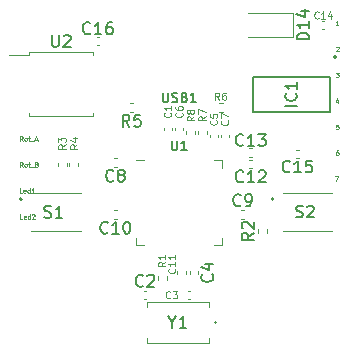
<source format=gbr>
%TF.GenerationSoftware,KiCad,Pcbnew,(6.0.4)*%
%TF.CreationDate,2022-07-20T20:12:39-04:00*%
%TF.ProjectId,Palette_Chip_KiCAD,50616c65-7474-4655-9f43-6869705f4b69,rev?*%
%TF.SameCoordinates,Original*%
%TF.FileFunction,Legend,Top*%
%TF.FilePolarity,Positive*%
%FSLAX46Y46*%
G04 Gerber Fmt 4.6, Leading zero omitted, Abs format (unit mm)*
G04 Created by KiCad (PCBNEW (6.0.4)) date 2022-07-20 20:12:39*
%MOMM*%
%LPD*%
G01*
G04 APERTURE LIST*
%ADD10C,0.150000*%
%ADD11C,0.100000*%
%ADD12C,0.110000*%
%ADD13C,0.120000*%
%ADD14C,0.200000*%
%ADD15C,0.203200*%
%ADD16C,0.127000*%
G04 APERTURE END LIST*
D10*
%TO.C,D14*%
X154387380Y-80664285D02*
X153387380Y-80664285D01*
X153387380Y-80426190D01*
X153435000Y-80283333D01*
X153530238Y-80188095D01*
X153625476Y-80140476D01*
X153815952Y-80092857D01*
X153958809Y-80092857D01*
X154149285Y-80140476D01*
X154244523Y-80188095D01*
X154339761Y-80283333D01*
X154387380Y-80426190D01*
X154387380Y-80664285D01*
X154387380Y-79140476D02*
X154387380Y-79711904D01*
X154387380Y-79426190D02*
X153387380Y-79426190D01*
X153530238Y-79521428D01*
X153625476Y-79616666D01*
X153673095Y-79711904D01*
X153720714Y-78283333D02*
X154387380Y-78283333D01*
X153339761Y-78521428D02*
X154054047Y-78759523D01*
X154054047Y-78140476D01*
%TO.C,C15*%
X152782142Y-91837142D02*
X152734523Y-91884761D01*
X152591666Y-91932380D01*
X152496428Y-91932380D01*
X152353571Y-91884761D01*
X152258333Y-91789523D01*
X152210714Y-91694285D01*
X152163095Y-91503809D01*
X152163095Y-91360952D01*
X152210714Y-91170476D01*
X152258333Y-91075238D01*
X152353571Y-90980000D01*
X152496428Y-90932380D01*
X152591666Y-90932380D01*
X152734523Y-90980000D01*
X152782142Y-91027619D01*
X153734523Y-91932380D02*
X153163095Y-91932380D01*
X153448809Y-91932380D02*
X153448809Y-90932380D01*
X153353571Y-91075238D01*
X153258333Y-91170476D01*
X153163095Y-91218095D01*
X154639285Y-90932380D02*
X154163095Y-90932380D01*
X154115476Y-91408571D01*
X154163095Y-91360952D01*
X154258333Y-91313333D01*
X154496428Y-91313333D01*
X154591666Y-91360952D01*
X154639285Y-91408571D01*
X154686904Y-91503809D01*
X154686904Y-91741904D01*
X154639285Y-91837142D01*
X154591666Y-91884761D01*
X154496428Y-91932380D01*
X154258333Y-91932380D01*
X154163095Y-91884761D01*
X154115476Y-91837142D01*
D11*
%TO.C,2*%
X156680714Y-81319047D02*
X156699761Y-81300000D01*
X156737857Y-81280952D01*
X156833095Y-81280952D01*
X156871190Y-81300000D01*
X156890238Y-81319047D01*
X156909285Y-81357142D01*
X156909285Y-81395238D01*
X156890238Y-81452380D01*
X156661666Y-81680952D01*
X156909285Y-81680952D01*
%TO.C,R3*%
X133791428Y-89570000D02*
X133505714Y-89770000D01*
X133791428Y-89912857D02*
X133191428Y-89912857D01*
X133191428Y-89684285D01*
X133220000Y-89627142D01*
X133248571Y-89598571D01*
X133305714Y-89570000D01*
X133391428Y-89570000D01*
X133448571Y-89598571D01*
X133477142Y-89627142D01*
X133505714Y-89684285D01*
X133505714Y-89912857D01*
X133191428Y-89370000D02*
X133191428Y-88998571D01*
X133420000Y-89198571D01*
X133420000Y-89112857D01*
X133448571Y-89055714D01*
X133477142Y-89027142D01*
X133534285Y-88998571D01*
X133677142Y-88998571D01*
X133734285Y-89027142D01*
X133762857Y-89055714D01*
X133791428Y-89112857D01*
X133791428Y-89284285D01*
X133762857Y-89341428D01*
X133734285Y-89370000D01*
D10*
%TO.C,Y1*%
X142828809Y-104621290D02*
X142828809Y-105097480D01*
X142495476Y-104097480D02*
X142828809Y-104621290D01*
X143162142Y-104097480D01*
X144019285Y-105097480D02*
X143447857Y-105097480D01*
X143733571Y-105097480D02*
X143733571Y-104097480D01*
X143638333Y-104240338D01*
X143543095Y-104335576D01*
X143447857Y-104383195D01*
%TO.C,USB1*%
X142014523Y-85179404D02*
X142014523Y-85827023D01*
X142052619Y-85903214D01*
X142090714Y-85941309D01*
X142166904Y-85979404D01*
X142319285Y-85979404D01*
X142395476Y-85941309D01*
X142433571Y-85903214D01*
X142471666Y-85827023D01*
X142471666Y-85179404D01*
X142814523Y-85941309D02*
X142928809Y-85979404D01*
X143119285Y-85979404D01*
X143195476Y-85941309D01*
X143233571Y-85903214D01*
X143271666Y-85827023D01*
X143271666Y-85750833D01*
X143233571Y-85674642D01*
X143195476Y-85636547D01*
X143119285Y-85598452D01*
X142966904Y-85560357D01*
X142890714Y-85522261D01*
X142852619Y-85484166D01*
X142814523Y-85407976D01*
X142814523Y-85331785D01*
X142852619Y-85255595D01*
X142890714Y-85217500D01*
X142966904Y-85179404D01*
X143157380Y-85179404D01*
X143271666Y-85217500D01*
X143881190Y-85560357D02*
X143995476Y-85598452D01*
X144033571Y-85636547D01*
X144071666Y-85712738D01*
X144071666Y-85827023D01*
X144033571Y-85903214D01*
X143995476Y-85941309D01*
X143919285Y-85979404D01*
X143614523Y-85979404D01*
X143614523Y-85179404D01*
X143881190Y-85179404D01*
X143957380Y-85217500D01*
X143995476Y-85255595D01*
X144033571Y-85331785D01*
X144033571Y-85407976D01*
X143995476Y-85484166D01*
X143957380Y-85522261D01*
X143881190Y-85560357D01*
X143614523Y-85560357D01*
X144833571Y-85979404D02*
X144376428Y-85979404D01*
X144605000Y-85979404D02*
X144605000Y-85179404D01*
X144528809Y-85293690D01*
X144452619Y-85369880D01*
X144376428Y-85407976D01*
%TO.C,C12*%
X148832142Y-92677142D02*
X148784523Y-92724761D01*
X148641666Y-92772380D01*
X148546428Y-92772380D01*
X148403571Y-92724761D01*
X148308333Y-92629523D01*
X148260714Y-92534285D01*
X148213095Y-92343809D01*
X148213095Y-92200952D01*
X148260714Y-92010476D01*
X148308333Y-91915238D01*
X148403571Y-91820000D01*
X148546428Y-91772380D01*
X148641666Y-91772380D01*
X148784523Y-91820000D01*
X148832142Y-91867619D01*
X149784523Y-92772380D02*
X149213095Y-92772380D01*
X149498809Y-92772380D02*
X149498809Y-91772380D01*
X149403571Y-91915238D01*
X149308333Y-92010476D01*
X149213095Y-92058095D01*
X150165476Y-91867619D02*
X150213095Y-91820000D01*
X150308333Y-91772380D01*
X150546428Y-91772380D01*
X150641666Y-91820000D01*
X150689285Y-91867619D01*
X150736904Y-91962857D01*
X150736904Y-92058095D01*
X150689285Y-92200952D01*
X150117857Y-92772380D01*
X150736904Y-92772380D01*
D11*
%TO.C,7*%
X156631666Y-92280952D02*
X156898333Y-92280952D01*
X156726904Y-92680952D01*
D10*
%TO.C,C16*%
X135882142Y-80137142D02*
X135834523Y-80184761D01*
X135691666Y-80232380D01*
X135596428Y-80232380D01*
X135453571Y-80184761D01*
X135358333Y-80089523D01*
X135310714Y-79994285D01*
X135263095Y-79803809D01*
X135263095Y-79660952D01*
X135310714Y-79470476D01*
X135358333Y-79375238D01*
X135453571Y-79280000D01*
X135596428Y-79232380D01*
X135691666Y-79232380D01*
X135834523Y-79280000D01*
X135882142Y-79327619D01*
X136834523Y-80232380D02*
X136263095Y-80232380D01*
X136548809Y-80232380D02*
X136548809Y-79232380D01*
X136453571Y-79375238D01*
X136358333Y-79470476D01*
X136263095Y-79518095D01*
X137691666Y-79232380D02*
X137501190Y-79232380D01*
X137405952Y-79280000D01*
X137358333Y-79327619D01*
X137263095Y-79470476D01*
X137215476Y-79660952D01*
X137215476Y-80041904D01*
X137263095Y-80137142D01*
X137310714Y-80184761D01*
X137405952Y-80232380D01*
X137596428Y-80232380D01*
X137691666Y-80184761D01*
X137739285Y-80137142D01*
X137786904Y-80041904D01*
X137786904Y-79803809D01*
X137739285Y-79708571D01*
X137691666Y-79660952D01*
X137596428Y-79613333D01*
X137405952Y-79613333D01*
X137310714Y-79660952D01*
X137263095Y-79708571D01*
X137215476Y-79803809D01*
%TO.C,C10*%
X137362142Y-97014642D02*
X137314523Y-97062261D01*
X137171666Y-97109880D01*
X137076428Y-97109880D01*
X136933571Y-97062261D01*
X136838333Y-96967023D01*
X136790714Y-96871785D01*
X136743095Y-96681309D01*
X136743095Y-96538452D01*
X136790714Y-96347976D01*
X136838333Y-96252738D01*
X136933571Y-96157500D01*
X137076428Y-96109880D01*
X137171666Y-96109880D01*
X137314523Y-96157500D01*
X137362142Y-96205119D01*
X138314523Y-97109880D02*
X137743095Y-97109880D01*
X138028809Y-97109880D02*
X138028809Y-96109880D01*
X137933571Y-96252738D01*
X137838333Y-96347976D01*
X137743095Y-96395595D01*
X138933571Y-96109880D02*
X139028809Y-96109880D01*
X139124047Y-96157500D01*
X139171666Y-96205119D01*
X139219285Y-96300357D01*
X139266904Y-96490833D01*
X139266904Y-96728928D01*
X139219285Y-96919404D01*
X139171666Y-97014642D01*
X139124047Y-97062261D01*
X139028809Y-97109880D01*
X138933571Y-97109880D01*
X138838333Y-97062261D01*
X138790714Y-97014642D01*
X138743095Y-96919404D01*
X138695476Y-96728928D01*
X138695476Y-96490833D01*
X138743095Y-96300357D01*
X138790714Y-96205119D01*
X138838333Y-96157500D01*
X138933571Y-96109880D01*
D11*
%TO.C,Led2*%
X130120952Y-95870952D02*
X129930476Y-95870952D01*
X129930476Y-95470952D01*
X130406666Y-95851904D02*
X130368571Y-95870952D01*
X130292380Y-95870952D01*
X130254285Y-95851904D01*
X130235238Y-95813809D01*
X130235238Y-95661428D01*
X130254285Y-95623333D01*
X130292380Y-95604285D01*
X130368571Y-95604285D01*
X130406666Y-95623333D01*
X130425714Y-95661428D01*
X130425714Y-95699523D01*
X130235238Y-95737619D01*
X130768571Y-95870952D02*
X130768571Y-95470952D01*
X130768571Y-95851904D02*
X130730476Y-95870952D01*
X130654285Y-95870952D01*
X130616190Y-95851904D01*
X130597142Y-95832857D01*
X130578095Y-95794761D01*
X130578095Y-95680476D01*
X130597142Y-95642380D01*
X130616190Y-95623333D01*
X130654285Y-95604285D01*
X130730476Y-95604285D01*
X130768571Y-95623333D01*
X130940000Y-95509047D02*
X130959047Y-95490000D01*
X130997142Y-95470952D01*
X131092380Y-95470952D01*
X131130476Y-95490000D01*
X131149523Y-95509047D01*
X131168571Y-95547142D01*
X131168571Y-95585238D01*
X131149523Y-95642380D01*
X130920952Y-95870952D01*
X131168571Y-95870952D01*
%TO.C,R1*%
X142236428Y-99510000D02*
X141950714Y-99710000D01*
X142236428Y-99852857D02*
X141636428Y-99852857D01*
X141636428Y-99624285D01*
X141665000Y-99567142D01*
X141693571Y-99538571D01*
X141750714Y-99510000D01*
X141836428Y-99510000D01*
X141893571Y-99538571D01*
X141922142Y-99567142D01*
X141950714Y-99624285D01*
X141950714Y-99852857D01*
X142236428Y-98938571D02*
X142236428Y-99281428D01*
X142236428Y-99110000D02*
X141636428Y-99110000D01*
X141722142Y-99167142D01*
X141779285Y-99224285D01*
X141807857Y-99281428D01*
%TO.C,5*%
X156890238Y-87880952D02*
X156699761Y-87880952D01*
X156680714Y-88071428D01*
X156699761Y-88052380D01*
X156737857Y-88033333D01*
X156833095Y-88033333D01*
X156871190Y-88052380D01*
X156890238Y-88071428D01*
X156909285Y-88109523D01*
X156909285Y-88204761D01*
X156890238Y-88242857D01*
X156871190Y-88261904D01*
X156833095Y-88280952D01*
X156737857Y-88280952D01*
X156699761Y-88261904D01*
X156680714Y-88242857D01*
D10*
%TO.C,C9*%
X148618333Y-94697142D02*
X148570714Y-94744761D01*
X148427857Y-94792380D01*
X148332619Y-94792380D01*
X148189761Y-94744761D01*
X148094523Y-94649523D01*
X148046904Y-94554285D01*
X147999285Y-94363809D01*
X147999285Y-94220952D01*
X148046904Y-94030476D01*
X148094523Y-93935238D01*
X148189761Y-93840000D01*
X148332619Y-93792380D01*
X148427857Y-93792380D01*
X148570714Y-93840000D01*
X148618333Y-93887619D01*
X149094523Y-94792380D02*
X149285000Y-94792380D01*
X149380238Y-94744761D01*
X149427857Y-94697142D01*
X149523095Y-94554285D01*
X149570714Y-94363809D01*
X149570714Y-93982857D01*
X149523095Y-93887619D01*
X149475476Y-93840000D01*
X149380238Y-93792380D01*
X149189761Y-93792380D01*
X149094523Y-93840000D01*
X149046904Y-93887619D01*
X148999285Y-93982857D01*
X148999285Y-94220952D01*
X149046904Y-94316190D01*
X149094523Y-94363809D01*
X149189761Y-94411428D01*
X149380238Y-94411428D01*
X149475476Y-94363809D01*
X149523095Y-94316190D01*
X149570714Y-94220952D01*
D11*
%TO.C,6*%
X156871190Y-90080952D02*
X156795000Y-90080952D01*
X156756904Y-90100000D01*
X156737857Y-90119047D01*
X156699761Y-90176190D01*
X156680714Y-90252380D01*
X156680714Y-90404761D01*
X156699761Y-90442857D01*
X156718809Y-90461904D01*
X156756904Y-90480952D01*
X156833095Y-90480952D01*
X156871190Y-90461904D01*
X156890238Y-90442857D01*
X156909285Y-90404761D01*
X156909285Y-90309523D01*
X156890238Y-90271428D01*
X156871190Y-90252380D01*
X156833095Y-90233333D01*
X156756904Y-90233333D01*
X156718809Y-90252380D01*
X156699761Y-90271428D01*
X156680714Y-90309523D01*
D10*
%TO.C,S2*%
X153308095Y-95704761D02*
X153450952Y-95752380D01*
X153689047Y-95752380D01*
X153784285Y-95704761D01*
X153831904Y-95657142D01*
X153879523Y-95561904D01*
X153879523Y-95466666D01*
X153831904Y-95371428D01*
X153784285Y-95323809D01*
X153689047Y-95276190D01*
X153498571Y-95228571D01*
X153403333Y-95180952D01*
X153355714Y-95133333D01*
X153308095Y-95038095D01*
X153308095Y-94942857D01*
X153355714Y-94847619D01*
X153403333Y-94800000D01*
X153498571Y-94752380D01*
X153736666Y-94752380D01*
X153879523Y-94800000D01*
X154260476Y-94847619D02*
X154308095Y-94800000D01*
X154403333Y-94752380D01*
X154641428Y-94752380D01*
X154736666Y-94800000D01*
X154784285Y-94847619D01*
X154831904Y-94942857D01*
X154831904Y-95038095D01*
X154784285Y-95180952D01*
X154212857Y-95752380D01*
X154831904Y-95752380D01*
D11*
%TO.C,4*%
X156841190Y-85814285D02*
X156841190Y-86080952D01*
X156745952Y-85661904D02*
X156650714Y-85947619D01*
X156898333Y-85947619D01*
%TO.C,1*%
X156899285Y-79480952D02*
X156670714Y-79480952D01*
X156785000Y-79480952D02*
X156785000Y-79080952D01*
X156746904Y-79138095D01*
X156708809Y-79176190D01*
X156670714Y-79195238D01*
%TO.C,R4*%
X134791428Y-89570000D02*
X134505714Y-89770000D01*
X134791428Y-89912857D02*
X134191428Y-89912857D01*
X134191428Y-89684285D01*
X134220000Y-89627142D01*
X134248571Y-89598571D01*
X134305714Y-89570000D01*
X134391428Y-89570000D01*
X134448571Y-89598571D01*
X134477142Y-89627142D01*
X134505714Y-89684285D01*
X134505714Y-89912857D01*
X134391428Y-89055714D02*
X134791428Y-89055714D01*
X134162857Y-89198571D02*
X134591428Y-89341428D01*
X134591428Y-88970000D01*
%TO.C,Rot_A*%
X130154761Y-89270952D02*
X130021428Y-89080476D01*
X129926190Y-89270952D02*
X129926190Y-88870952D01*
X130078571Y-88870952D01*
X130116666Y-88890000D01*
X130135714Y-88909047D01*
X130154761Y-88947142D01*
X130154761Y-89004285D01*
X130135714Y-89042380D01*
X130116666Y-89061428D01*
X130078571Y-89080476D01*
X129926190Y-89080476D01*
X130383333Y-89270952D02*
X130345238Y-89251904D01*
X130326190Y-89232857D01*
X130307142Y-89194761D01*
X130307142Y-89080476D01*
X130326190Y-89042380D01*
X130345238Y-89023333D01*
X130383333Y-89004285D01*
X130440476Y-89004285D01*
X130478571Y-89023333D01*
X130497619Y-89042380D01*
X130516666Y-89080476D01*
X130516666Y-89194761D01*
X130497619Y-89232857D01*
X130478571Y-89251904D01*
X130440476Y-89270952D01*
X130383333Y-89270952D01*
X130630952Y-89004285D02*
X130783333Y-89004285D01*
X130688095Y-88870952D02*
X130688095Y-89213809D01*
X130707142Y-89251904D01*
X130745238Y-89270952D01*
X130783333Y-89270952D01*
X130821428Y-89309047D02*
X131126190Y-89309047D01*
X131202380Y-89156666D02*
X131392857Y-89156666D01*
X131164285Y-89270952D02*
X131297619Y-88870952D01*
X131430952Y-89270952D01*
D10*
%TO.C,U2*%
X132643095Y-80322380D02*
X132643095Y-81131904D01*
X132690714Y-81227142D01*
X132738333Y-81274761D01*
X132833571Y-81322380D01*
X133024047Y-81322380D01*
X133119285Y-81274761D01*
X133166904Y-81227142D01*
X133214523Y-81131904D01*
X133214523Y-80322380D01*
X133643095Y-80417619D02*
X133690714Y-80370000D01*
X133785952Y-80322380D01*
X134024047Y-80322380D01*
X134119285Y-80370000D01*
X134166904Y-80417619D01*
X134214523Y-80512857D01*
X134214523Y-80608095D01*
X134166904Y-80750952D01*
X133595476Y-81322380D01*
X134214523Y-81322380D01*
D11*
%TO.C,C11*%
X143039285Y-100075714D02*
X143067857Y-100104285D01*
X143096428Y-100190000D01*
X143096428Y-100247142D01*
X143067857Y-100332857D01*
X143010714Y-100390000D01*
X142953571Y-100418571D01*
X142839285Y-100447142D01*
X142753571Y-100447142D01*
X142639285Y-100418571D01*
X142582142Y-100390000D01*
X142525000Y-100332857D01*
X142496428Y-100247142D01*
X142496428Y-100190000D01*
X142525000Y-100104285D01*
X142553571Y-100075714D01*
X143096428Y-99504285D02*
X143096428Y-99847142D01*
X143096428Y-99675714D02*
X142496428Y-99675714D01*
X142582142Y-99732857D01*
X142639285Y-99790000D01*
X142667857Y-99847142D01*
X143096428Y-98932857D02*
X143096428Y-99275714D01*
X143096428Y-99104285D02*
X142496428Y-99104285D01*
X142582142Y-99161428D01*
X142639285Y-99218571D01*
X142667857Y-99275714D01*
%TO.C,R7*%
X145646428Y-87190000D02*
X145360714Y-87390000D01*
X145646428Y-87532857D02*
X145046428Y-87532857D01*
X145046428Y-87304285D01*
X145075000Y-87247142D01*
X145103571Y-87218571D01*
X145160714Y-87190000D01*
X145246428Y-87190000D01*
X145303571Y-87218571D01*
X145332142Y-87247142D01*
X145360714Y-87304285D01*
X145360714Y-87532857D01*
X145046428Y-86990000D02*
X145046428Y-86590000D01*
X145646428Y-86847142D01*
%TO.C,3*%
X156661666Y-83480952D02*
X156909285Y-83480952D01*
X156775952Y-83633333D01*
X156833095Y-83633333D01*
X156871190Y-83652380D01*
X156890238Y-83671428D01*
X156909285Y-83709523D01*
X156909285Y-83804761D01*
X156890238Y-83842857D01*
X156871190Y-83861904D01*
X156833095Y-83880952D01*
X156718809Y-83880952D01*
X156680714Y-83861904D01*
X156661666Y-83842857D01*
D10*
%TO.C,R2*%
X149722380Y-97056666D02*
X149246190Y-97390000D01*
X149722380Y-97628095D02*
X148722380Y-97628095D01*
X148722380Y-97247142D01*
X148770000Y-97151904D01*
X148817619Y-97104285D01*
X148912857Y-97056666D01*
X149055714Y-97056666D01*
X149150952Y-97104285D01*
X149198571Y-97151904D01*
X149246190Y-97247142D01*
X149246190Y-97628095D01*
X148817619Y-96675714D02*
X148770000Y-96628095D01*
X148722380Y-96532857D01*
X148722380Y-96294761D01*
X148770000Y-96199523D01*
X148817619Y-96151904D01*
X148912857Y-96104285D01*
X149008095Y-96104285D01*
X149150952Y-96151904D01*
X149722380Y-96723333D01*
X149722380Y-96104285D01*
D11*
%TO.C,C3*%
X142655000Y-102534285D02*
X142626428Y-102562857D01*
X142540714Y-102591428D01*
X142483571Y-102591428D01*
X142397857Y-102562857D01*
X142340714Y-102505714D01*
X142312142Y-102448571D01*
X142283571Y-102334285D01*
X142283571Y-102248571D01*
X142312142Y-102134285D01*
X142340714Y-102077142D01*
X142397857Y-102020000D01*
X142483571Y-101991428D01*
X142540714Y-101991428D01*
X142626428Y-102020000D01*
X142655000Y-102048571D01*
X142855000Y-101991428D02*
X143226428Y-101991428D01*
X143026428Y-102220000D01*
X143112142Y-102220000D01*
X143169285Y-102248571D01*
X143197857Y-102277142D01*
X143226428Y-102334285D01*
X143226428Y-102477142D01*
X143197857Y-102534285D01*
X143169285Y-102562857D01*
X143112142Y-102591428D01*
X142940714Y-102591428D01*
X142883571Y-102562857D01*
X142855000Y-102534285D01*
%TO.C,C14*%
X155219285Y-78854285D02*
X155190714Y-78882857D01*
X155105000Y-78911428D01*
X155047857Y-78911428D01*
X154962142Y-78882857D01*
X154905000Y-78825714D01*
X154876428Y-78768571D01*
X154847857Y-78654285D01*
X154847857Y-78568571D01*
X154876428Y-78454285D01*
X154905000Y-78397142D01*
X154962142Y-78340000D01*
X155047857Y-78311428D01*
X155105000Y-78311428D01*
X155190714Y-78340000D01*
X155219285Y-78368571D01*
X155790714Y-78911428D02*
X155447857Y-78911428D01*
X155619285Y-78911428D02*
X155619285Y-78311428D01*
X155562142Y-78397142D01*
X155505000Y-78454285D01*
X155447857Y-78482857D01*
X156305000Y-78511428D02*
X156305000Y-78911428D01*
X156162142Y-78282857D02*
X156019285Y-78711428D01*
X156390714Y-78711428D01*
D10*
%TO.C,R5*%
X139208333Y-88062380D02*
X138875000Y-87586190D01*
X138636904Y-88062380D02*
X138636904Y-87062380D01*
X139017857Y-87062380D01*
X139113095Y-87110000D01*
X139160714Y-87157619D01*
X139208333Y-87252857D01*
X139208333Y-87395714D01*
X139160714Y-87490952D01*
X139113095Y-87538571D01*
X139017857Y-87586190D01*
X138636904Y-87586190D01*
X140113095Y-87062380D02*
X139636904Y-87062380D01*
X139589285Y-87538571D01*
X139636904Y-87490952D01*
X139732142Y-87443333D01*
X139970238Y-87443333D01*
X140065476Y-87490952D01*
X140113095Y-87538571D01*
X140160714Y-87633809D01*
X140160714Y-87871904D01*
X140113095Y-87967142D01*
X140065476Y-88014761D01*
X139970238Y-88062380D01*
X139732142Y-88062380D01*
X139636904Y-88014761D01*
X139589285Y-87967142D01*
D11*
%TO.C,R8*%
X144666428Y-87190000D02*
X144380714Y-87390000D01*
X144666428Y-87532857D02*
X144066428Y-87532857D01*
X144066428Y-87304285D01*
X144095000Y-87247142D01*
X144123571Y-87218571D01*
X144180714Y-87190000D01*
X144266428Y-87190000D01*
X144323571Y-87218571D01*
X144352142Y-87247142D01*
X144380714Y-87304285D01*
X144380714Y-87532857D01*
X144323571Y-86847142D02*
X144295000Y-86904285D01*
X144266428Y-86932857D01*
X144209285Y-86961428D01*
X144180714Y-86961428D01*
X144123571Y-86932857D01*
X144095000Y-86904285D01*
X144066428Y-86847142D01*
X144066428Y-86732857D01*
X144095000Y-86675714D01*
X144123571Y-86647142D01*
X144180714Y-86618571D01*
X144209285Y-86618571D01*
X144266428Y-86647142D01*
X144295000Y-86675714D01*
X144323571Y-86732857D01*
X144323571Y-86847142D01*
X144352142Y-86904285D01*
X144380714Y-86932857D01*
X144437857Y-86961428D01*
X144552142Y-86961428D01*
X144609285Y-86932857D01*
X144637857Y-86904285D01*
X144666428Y-86847142D01*
X144666428Y-86732857D01*
X144637857Y-86675714D01*
X144609285Y-86647142D01*
X144552142Y-86618571D01*
X144437857Y-86618571D01*
X144380714Y-86647142D01*
X144352142Y-86675714D01*
X144323571Y-86732857D01*
D10*
%TO.C,U1*%
X142785476Y-89239404D02*
X142785476Y-89887023D01*
X142823571Y-89963214D01*
X142861666Y-90001309D01*
X142937857Y-90039404D01*
X143090238Y-90039404D01*
X143166428Y-90001309D01*
X143204523Y-89963214D01*
X143242619Y-89887023D01*
X143242619Y-89239404D01*
X144042619Y-90039404D02*
X143585476Y-90039404D01*
X143814047Y-90039404D02*
X143814047Y-89239404D01*
X143737857Y-89353690D01*
X143661666Y-89429880D01*
X143585476Y-89467976D01*
%TO.C,C2*%
X140348333Y-101517142D02*
X140300714Y-101564761D01*
X140157857Y-101612380D01*
X140062619Y-101612380D01*
X139919761Y-101564761D01*
X139824523Y-101469523D01*
X139776904Y-101374285D01*
X139729285Y-101183809D01*
X139729285Y-101040952D01*
X139776904Y-100850476D01*
X139824523Y-100755238D01*
X139919761Y-100660000D01*
X140062619Y-100612380D01*
X140157857Y-100612380D01*
X140300714Y-100660000D01*
X140348333Y-100707619D01*
X140729285Y-100707619D02*
X140776904Y-100660000D01*
X140872142Y-100612380D01*
X141110238Y-100612380D01*
X141205476Y-100660000D01*
X141253095Y-100707619D01*
X141300714Y-100802857D01*
X141300714Y-100898095D01*
X141253095Y-101040952D01*
X140681666Y-101612380D01*
X141300714Y-101612380D01*
%TO.C,C8*%
X137838333Y-92614642D02*
X137790714Y-92662261D01*
X137647857Y-92709880D01*
X137552619Y-92709880D01*
X137409761Y-92662261D01*
X137314523Y-92567023D01*
X137266904Y-92471785D01*
X137219285Y-92281309D01*
X137219285Y-92138452D01*
X137266904Y-91947976D01*
X137314523Y-91852738D01*
X137409761Y-91757500D01*
X137552619Y-91709880D01*
X137647857Y-91709880D01*
X137790714Y-91757500D01*
X137838333Y-91805119D01*
X138409761Y-92138452D02*
X138314523Y-92090833D01*
X138266904Y-92043214D01*
X138219285Y-91947976D01*
X138219285Y-91900357D01*
X138266904Y-91805119D01*
X138314523Y-91757500D01*
X138409761Y-91709880D01*
X138600238Y-91709880D01*
X138695476Y-91757500D01*
X138743095Y-91805119D01*
X138790714Y-91900357D01*
X138790714Y-91947976D01*
X138743095Y-92043214D01*
X138695476Y-92090833D01*
X138600238Y-92138452D01*
X138409761Y-92138452D01*
X138314523Y-92186071D01*
X138266904Y-92233690D01*
X138219285Y-92328928D01*
X138219285Y-92519404D01*
X138266904Y-92614642D01*
X138314523Y-92662261D01*
X138409761Y-92709880D01*
X138600238Y-92709880D01*
X138695476Y-92662261D01*
X138743095Y-92614642D01*
X138790714Y-92519404D01*
X138790714Y-92328928D01*
X138743095Y-92233690D01*
X138695476Y-92186071D01*
X138600238Y-92138452D01*
D11*
%TO.C,C6*%
X143639285Y-86880000D02*
X143667857Y-86908571D01*
X143696428Y-86994285D01*
X143696428Y-87051428D01*
X143667857Y-87137142D01*
X143610714Y-87194285D01*
X143553571Y-87222857D01*
X143439285Y-87251428D01*
X143353571Y-87251428D01*
X143239285Y-87222857D01*
X143182142Y-87194285D01*
X143125000Y-87137142D01*
X143096428Y-87051428D01*
X143096428Y-86994285D01*
X143125000Y-86908571D01*
X143153571Y-86880000D01*
X143096428Y-86365714D02*
X143096428Y-86480000D01*
X143125000Y-86537142D01*
X143153571Y-86565714D01*
X143239285Y-86622857D01*
X143353571Y-86651428D01*
X143582142Y-86651428D01*
X143639285Y-86622857D01*
X143667857Y-86594285D01*
X143696428Y-86537142D01*
X143696428Y-86422857D01*
X143667857Y-86365714D01*
X143639285Y-86337142D01*
X143582142Y-86308571D01*
X143439285Y-86308571D01*
X143382142Y-86337142D01*
X143353571Y-86365714D01*
X143325000Y-86422857D01*
X143325000Y-86537142D01*
X143353571Y-86594285D01*
X143382142Y-86622857D01*
X143439285Y-86651428D01*
%TO.C,C7*%
X147509285Y-87540000D02*
X147537857Y-87568571D01*
X147566428Y-87654285D01*
X147566428Y-87711428D01*
X147537857Y-87797142D01*
X147480714Y-87854285D01*
X147423571Y-87882857D01*
X147309285Y-87911428D01*
X147223571Y-87911428D01*
X147109285Y-87882857D01*
X147052142Y-87854285D01*
X146995000Y-87797142D01*
X146966428Y-87711428D01*
X146966428Y-87654285D01*
X146995000Y-87568571D01*
X147023571Y-87540000D01*
X146966428Y-87340000D02*
X146966428Y-86940000D01*
X147566428Y-87197142D01*
D10*
%TO.C,S1*%
X131998095Y-95719761D02*
X132140952Y-95767380D01*
X132379047Y-95767380D01*
X132474285Y-95719761D01*
X132521904Y-95672142D01*
X132569523Y-95576904D01*
X132569523Y-95481666D01*
X132521904Y-95386428D01*
X132474285Y-95338809D01*
X132379047Y-95291190D01*
X132188571Y-95243571D01*
X132093333Y-95195952D01*
X132045714Y-95148333D01*
X131998095Y-95053095D01*
X131998095Y-94957857D01*
X132045714Y-94862619D01*
X132093333Y-94815000D01*
X132188571Y-94767380D01*
X132426666Y-94767380D01*
X132569523Y-94815000D01*
X133521904Y-95767380D02*
X132950476Y-95767380D01*
X133236190Y-95767380D02*
X133236190Y-94767380D01*
X133140952Y-94910238D01*
X133045714Y-95005476D01*
X132950476Y-95053095D01*
D11*
%TO.C,C1*%
X142679285Y-86880000D02*
X142707857Y-86908571D01*
X142736428Y-86994285D01*
X142736428Y-87051428D01*
X142707857Y-87137142D01*
X142650714Y-87194285D01*
X142593571Y-87222857D01*
X142479285Y-87251428D01*
X142393571Y-87251428D01*
X142279285Y-87222857D01*
X142222142Y-87194285D01*
X142165000Y-87137142D01*
X142136428Y-87051428D01*
X142136428Y-86994285D01*
X142165000Y-86908571D01*
X142193571Y-86880000D01*
X142736428Y-86308571D02*
X142736428Y-86651428D01*
X142736428Y-86480000D02*
X142136428Y-86480000D01*
X142222142Y-86537142D01*
X142279285Y-86594285D01*
X142307857Y-86651428D01*
D10*
%TO.C,C13*%
X148832142Y-89607142D02*
X148784523Y-89654761D01*
X148641666Y-89702380D01*
X148546428Y-89702380D01*
X148403571Y-89654761D01*
X148308333Y-89559523D01*
X148260714Y-89464285D01*
X148213095Y-89273809D01*
X148213095Y-89130952D01*
X148260714Y-88940476D01*
X148308333Y-88845238D01*
X148403571Y-88750000D01*
X148546428Y-88702380D01*
X148641666Y-88702380D01*
X148784523Y-88750000D01*
X148832142Y-88797619D01*
X149784523Y-89702380D02*
X149213095Y-89702380D01*
X149498809Y-89702380D02*
X149498809Y-88702380D01*
X149403571Y-88845238D01*
X149308333Y-88940476D01*
X149213095Y-88988095D01*
X150117857Y-88702380D02*
X150736904Y-88702380D01*
X150403571Y-89083333D01*
X150546428Y-89083333D01*
X150641666Y-89130952D01*
X150689285Y-89178571D01*
X150736904Y-89273809D01*
X150736904Y-89511904D01*
X150689285Y-89607142D01*
X150641666Y-89654761D01*
X150546428Y-89702380D01*
X150260714Y-89702380D01*
X150165476Y-89654761D01*
X150117857Y-89607142D01*
%TO.C,IC1*%
X153387594Y-86296651D02*
X152387122Y-86296651D01*
X153292311Y-85248537D02*
X153339952Y-85296179D01*
X153387594Y-85439103D01*
X153387594Y-85534386D01*
X153339952Y-85677311D01*
X153244669Y-85772594D01*
X153149386Y-85820236D01*
X152958820Y-85867877D01*
X152815896Y-85867877D01*
X152625330Y-85820236D01*
X152530047Y-85772594D01*
X152434764Y-85677311D01*
X152387122Y-85534386D01*
X152387122Y-85439103D01*
X152434764Y-85296179D01*
X152482405Y-85248537D01*
X153387594Y-84295707D02*
X153387594Y-84867405D01*
X153387594Y-84581556D02*
X152387122Y-84581556D01*
X152530047Y-84676839D01*
X152625330Y-84772122D01*
X152672971Y-84867405D01*
D11*
%TO.C,Rot_B*%
X130156190Y-91470952D02*
X130022857Y-91280476D01*
X129927619Y-91470952D02*
X129927619Y-91070952D01*
X130080000Y-91070952D01*
X130118095Y-91090000D01*
X130137142Y-91109047D01*
X130156190Y-91147142D01*
X130156190Y-91204285D01*
X130137142Y-91242380D01*
X130118095Y-91261428D01*
X130080000Y-91280476D01*
X129927619Y-91280476D01*
X130384761Y-91470952D02*
X130346666Y-91451904D01*
X130327619Y-91432857D01*
X130308571Y-91394761D01*
X130308571Y-91280476D01*
X130327619Y-91242380D01*
X130346666Y-91223333D01*
X130384761Y-91204285D01*
X130441904Y-91204285D01*
X130480000Y-91223333D01*
X130499047Y-91242380D01*
X130518095Y-91280476D01*
X130518095Y-91394761D01*
X130499047Y-91432857D01*
X130480000Y-91451904D01*
X130441904Y-91470952D01*
X130384761Y-91470952D01*
X130632380Y-91204285D02*
X130784761Y-91204285D01*
X130689523Y-91070952D02*
X130689523Y-91413809D01*
X130708571Y-91451904D01*
X130746666Y-91470952D01*
X130784761Y-91470952D01*
X130822857Y-91509047D02*
X131127619Y-91509047D01*
X131356190Y-91261428D02*
X131413333Y-91280476D01*
X131432380Y-91299523D01*
X131451428Y-91337619D01*
X131451428Y-91394761D01*
X131432380Y-91432857D01*
X131413333Y-91451904D01*
X131375238Y-91470952D01*
X131222857Y-91470952D01*
X131222857Y-91070952D01*
X131356190Y-91070952D01*
X131394285Y-91090000D01*
X131413333Y-91109047D01*
X131432380Y-91147142D01*
X131432380Y-91185238D01*
X131413333Y-91223333D01*
X131394285Y-91242380D01*
X131356190Y-91261428D01*
X131222857Y-91261428D01*
%TO.C,Led1*%
X130110952Y-93670952D02*
X129920476Y-93670952D01*
X129920476Y-93270952D01*
X130396666Y-93651904D02*
X130358571Y-93670952D01*
X130282380Y-93670952D01*
X130244285Y-93651904D01*
X130225238Y-93613809D01*
X130225238Y-93461428D01*
X130244285Y-93423333D01*
X130282380Y-93404285D01*
X130358571Y-93404285D01*
X130396666Y-93423333D01*
X130415714Y-93461428D01*
X130415714Y-93499523D01*
X130225238Y-93537619D01*
X130758571Y-93670952D02*
X130758571Y-93270952D01*
X130758571Y-93651904D02*
X130720476Y-93670952D01*
X130644285Y-93670952D01*
X130606190Y-93651904D01*
X130587142Y-93632857D01*
X130568095Y-93594761D01*
X130568095Y-93480476D01*
X130587142Y-93442380D01*
X130606190Y-93423333D01*
X130644285Y-93404285D01*
X130720476Y-93404285D01*
X130758571Y-93423333D01*
X131158571Y-93670952D02*
X130930000Y-93670952D01*
X131044285Y-93670952D02*
X131044285Y-93270952D01*
X131006190Y-93328095D01*
X130968095Y-93366190D01*
X130930000Y-93385238D01*
D12*
%TO.C,C5*%
X146559285Y-87530000D02*
X146587857Y-87558571D01*
X146616428Y-87644285D01*
X146616428Y-87701428D01*
X146587857Y-87787142D01*
X146530714Y-87844285D01*
X146473571Y-87872857D01*
X146359285Y-87901428D01*
X146273571Y-87901428D01*
X146159285Y-87872857D01*
X146102142Y-87844285D01*
X146045000Y-87787142D01*
X146016428Y-87701428D01*
X146016428Y-87644285D01*
X146045000Y-87558571D01*
X146073571Y-87530000D01*
X146016428Y-86987142D02*
X146016428Y-87272857D01*
X146302142Y-87301428D01*
X146273571Y-87272857D01*
X146245000Y-87215714D01*
X146245000Y-87072857D01*
X146273571Y-87015714D01*
X146302142Y-86987142D01*
X146359285Y-86958571D01*
X146502142Y-86958571D01*
X146559285Y-86987142D01*
X146587857Y-87015714D01*
X146616428Y-87072857D01*
X146616428Y-87215714D01*
X146587857Y-87272857D01*
X146559285Y-87301428D01*
D11*
%TO.C,R6*%
X146825000Y-85791428D02*
X146625000Y-85505714D01*
X146482142Y-85791428D02*
X146482142Y-85191428D01*
X146710714Y-85191428D01*
X146767857Y-85220000D01*
X146796428Y-85248571D01*
X146825000Y-85305714D01*
X146825000Y-85391428D01*
X146796428Y-85448571D01*
X146767857Y-85477142D01*
X146710714Y-85505714D01*
X146482142Y-85505714D01*
X147339285Y-85191428D02*
X147225000Y-85191428D01*
X147167857Y-85220000D01*
X147139285Y-85248571D01*
X147082142Y-85334285D01*
X147053571Y-85448571D01*
X147053571Y-85677142D01*
X147082142Y-85734285D01*
X147110714Y-85762857D01*
X147167857Y-85791428D01*
X147282142Y-85791428D01*
X147339285Y-85762857D01*
X147367857Y-85734285D01*
X147396428Y-85677142D01*
X147396428Y-85534285D01*
X147367857Y-85477142D01*
X147339285Y-85448571D01*
X147282142Y-85420000D01*
X147167857Y-85420000D01*
X147110714Y-85448571D01*
X147082142Y-85477142D01*
X147053571Y-85534285D01*
D10*
%TO.C,C4*%
X146192142Y-100576666D02*
X146239761Y-100624285D01*
X146287380Y-100767142D01*
X146287380Y-100862380D01*
X146239761Y-101005238D01*
X146144523Y-101100476D01*
X146049285Y-101148095D01*
X145858809Y-101195714D01*
X145715952Y-101195714D01*
X145525476Y-101148095D01*
X145430238Y-101100476D01*
X145335000Y-101005238D01*
X145287380Y-100862380D01*
X145287380Y-100767142D01*
X145335000Y-100624285D01*
X145382619Y-100576666D01*
X145620714Y-99719523D02*
X146287380Y-99719523D01*
X145239761Y-99957619D02*
X145954047Y-100195714D01*
X145954047Y-99576666D01*
D13*
%TO.C,D14*%
X153075000Y-80450000D02*
X153075000Y-78450000D01*
X153075000Y-78450000D02*
X149225000Y-78450000D01*
X153075000Y-80450000D02*
X149225000Y-80450000D01*
%TO.C,C15*%
X153317164Y-90020000D02*
X153532836Y-90020000D01*
X153317164Y-90740000D02*
X153532836Y-90740000D01*
%TO.C,R3*%
X133900000Y-91423641D02*
X133900000Y-91116359D01*
X133140000Y-91423641D02*
X133140000Y-91116359D01*
%TO.C,Y1*%
X140676100Y-106372300D02*
X145933900Y-106372300D01*
X145933900Y-102917900D02*
X140676100Y-102917900D01*
X140676100Y-105955158D02*
X140676100Y-106372300D01*
X145933900Y-106372300D02*
X145933900Y-105955158D01*
X140676100Y-102917900D02*
X140676100Y-103335042D01*
X145933900Y-103335042D02*
X145933900Y-102917900D01*
X146607386Y-104645100D02*
G75*
G03*
X146607386Y-104645100I-101600J0D01*
G01*
%TO.C,C12*%
X149367164Y-90857500D02*
X149582836Y-90857500D01*
X149367164Y-91577500D02*
X149582836Y-91577500D01*
%TO.C,C16*%
X136632836Y-81150000D02*
X136417164Y-81150000D01*
X136632836Y-80430000D02*
X136417164Y-80430000D01*
%TO.C,C10*%
X138112836Y-95857500D02*
X137897164Y-95857500D01*
X138112836Y-95137500D02*
X137897164Y-95137500D01*
%TO.C,R1*%
X141585000Y-100726359D02*
X141585000Y-101033641D01*
X142345000Y-100726359D02*
X142345000Y-101033641D01*
%TO.C,C9*%
X148677164Y-95860000D02*
X148892836Y-95860000D01*
X148677164Y-95140000D02*
X148892836Y-95140000D01*
D11*
%TO.C,S2*%
X152220000Y-96900000D02*
X156395000Y-96900000D01*
X152220000Y-93700000D02*
X156395000Y-93700000D01*
D14*
X151320000Y-94300000D02*
G75*
G03*
X151320000Y-94100000I0J100000D01*
G01*
X151320000Y-94100000D02*
G75*
G03*
X151320000Y-94300000I0J-100000D01*
G01*
D13*
%TO.C,R4*%
X134120000Y-91423641D02*
X134120000Y-91116359D01*
X134880000Y-91423641D02*
X134880000Y-91116359D01*
%TO.C,U2*%
X133405000Y-81705000D02*
X136130000Y-81705000D01*
X136130000Y-87155000D02*
X136130000Y-86895000D01*
X133405000Y-87155000D02*
X130680000Y-87155000D01*
X136130000Y-81705000D02*
X136130000Y-81965000D01*
X133405000Y-81705000D02*
X130680000Y-81705000D01*
X130680000Y-87155000D02*
X130680000Y-86895000D01*
X130680000Y-81965000D02*
X129005000Y-81965000D01*
X133405000Y-87155000D02*
X136130000Y-87155000D01*
X130680000Y-81705000D02*
X130680000Y-81965000D01*
%TO.C,C11*%
X143235000Y-100302164D02*
X143235000Y-100517836D01*
X143955000Y-100302164D02*
X143955000Y-100517836D01*
%TO.C,R7*%
X144995000Y-88411359D02*
X144995000Y-88718641D01*
X145755000Y-88411359D02*
X145755000Y-88718641D01*
%TO.C,R2*%
X150820000Y-97043641D02*
X150820000Y-96736359D01*
X150060000Y-97043641D02*
X150060000Y-96736359D01*
%TO.C,C3*%
X144352836Y-102680000D02*
X144137164Y-102680000D01*
X144352836Y-101960000D02*
X144137164Y-101960000D01*
%TO.C,C14*%
X155497164Y-79800000D02*
X155712836Y-79800000D01*
X155497164Y-79080000D02*
X155712836Y-79080000D01*
%TO.C,R5*%
X139528641Y-86820000D02*
X139221359Y-86820000D01*
X139528641Y-86060000D02*
X139221359Y-86060000D01*
%TO.C,R8*%
X144015000Y-88718641D02*
X144015000Y-88411359D01*
X144775000Y-88718641D02*
X144775000Y-88411359D01*
%TO.C,U1*%
X146355000Y-98107500D02*
X147005000Y-98107500D01*
X139785000Y-98107500D02*
X139785000Y-97457500D01*
X140435000Y-90887500D02*
X139785000Y-90887500D01*
X140435000Y-98107500D02*
X139785000Y-98107500D01*
X147005000Y-98107500D02*
X147005000Y-97457500D01*
X147005000Y-90887500D02*
X147005000Y-91537500D01*
X146355000Y-90887500D02*
X147005000Y-90887500D01*
%TO.C,C2*%
X140407164Y-102680000D02*
X140622836Y-102680000D01*
X140407164Y-101960000D02*
X140622836Y-101960000D01*
%TO.C,C8*%
X138112836Y-91457500D02*
X137897164Y-91457500D01*
X138112836Y-90737500D02*
X137897164Y-90737500D01*
%TO.C,C6*%
X143775000Y-88367836D02*
X143775000Y-88152164D01*
X143055000Y-88367836D02*
X143055000Y-88152164D01*
%TO.C,C7*%
X147665000Y-88942836D02*
X147665000Y-88727164D01*
X146945000Y-88942836D02*
X146945000Y-88727164D01*
D11*
%TO.C,S1*%
X130910000Y-96915000D02*
X135085000Y-96915000D01*
X130910000Y-93715000D02*
X135085000Y-93715000D01*
D14*
X130010000Y-94315000D02*
G75*
G03*
X130010000Y-94115000I0J100000D01*
G01*
X130010000Y-94115000D02*
G75*
G03*
X130010000Y-94315000I0J-100000D01*
G01*
D13*
%TO.C,C1*%
X142815000Y-88370336D02*
X142815000Y-88154664D01*
X142095000Y-88370336D02*
X142095000Y-88154664D01*
%TO.C,C13*%
X149367164Y-90617500D02*
X149582836Y-90617500D01*
X149367164Y-89897500D02*
X149582836Y-89897500D01*
D15*
%TO.C,IC1*%
X149690750Y-83840000D02*
X156190750Y-83840000D01*
X156190750Y-86840000D02*
X149690750Y-86840000D01*
X149690750Y-86840000D02*
X149690750Y-83840000D01*
X156190750Y-83840000D02*
X156190750Y-86840000D01*
D16*
X156750750Y-82165000D02*
G75*
G03*
X156750750Y-82165000I-127000J0D01*
G01*
D13*
%TO.C,C5*%
X146705000Y-88942836D02*
X146705000Y-88727164D01*
X145985000Y-88942836D02*
X145985000Y-88727164D01*
%TO.C,R6*%
X146781359Y-86820000D02*
X147088641Y-86820000D01*
X146781359Y-86060000D02*
X147088641Y-86060000D01*
%TO.C,C4*%
X144315000Y-100302164D02*
X144315000Y-100517836D01*
X145035000Y-100302164D02*
X145035000Y-100517836D01*
%TD*%
M02*

</source>
